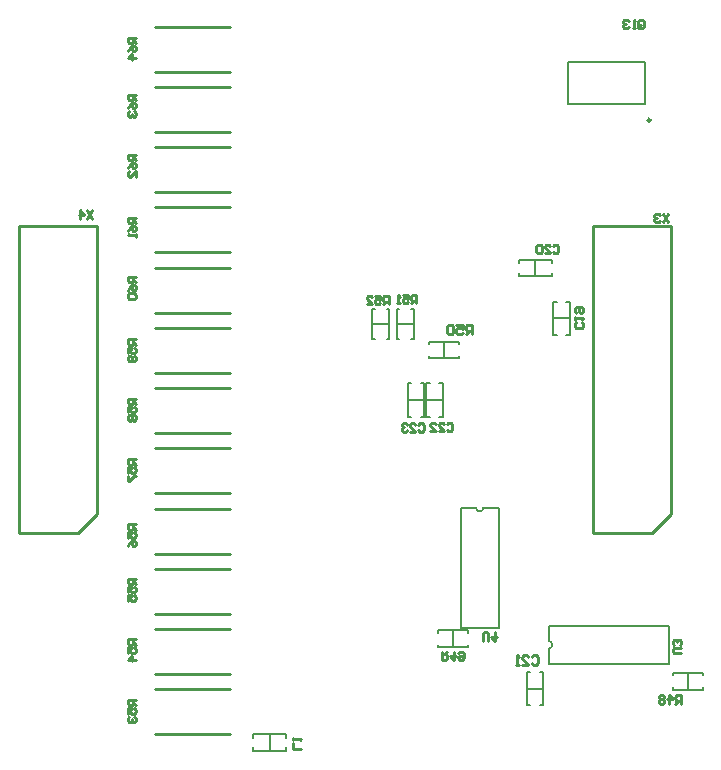
<source format=gbo>
G04*
G04 #@! TF.GenerationSoftware,Altium Limited,Altium Designer,20.0.11 (256)*
G04*
G04 Layer_Color=32896*
%FSLAX25Y25*%
%MOIN*%
G70*
G01*
G75*
%ADD10C,0.00984*%
%ADD12C,0.00787*%
%ADD13C,0.00591*%
%ADD15C,0.01000*%
D10*
X217323Y214469D02*
G03*
X217323Y214469I-492J0D01*
G01*
X26378Y76772D02*
X32677Y83071D01*
Y179134D01*
X6693D02*
X32677D01*
X6693Y76772D02*
Y179134D01*
Y76772D02*
X26378D01*
X217717D02*
X224016Y83071D01*
Y179134D01*
X198031D02*
X224016D01*
X198031Y76772D02*
Y179134D01*
Y76772D02*
X217717D01*
D12*
X183327Y38323D02*
G03*
X183327Y40823I0J1250D01*
G01*
X159090Y85295D02*
G03*
X161591Y85295I1250J0D01*
G01*
X215453Y219980D02*
Y233760D01*
X190057Y219980D02*
X215453D01*
X189862D02*
Y233760D01*
X215453D01*
X183327Y45925D02*
X223327D01*
Y33220D02*
Y45925D01*
X183327Y33220D02*
X223327D01*
X183327D02*
Y38323D01*
Y40823D02*
Y45925D01*
X166693Y45295D02*
Y85295D01*
X153988Y45295D02*
X166693D01*
X153988D02*
Y85295D01*
X159091D01*
X161591D02*
X166693D01*
D13*
X175984Y19390D02*
X177165D01*
X175984D02*
Y30413D01*
X177165D01*
X180315D02*
X181496D01*
Y19390D02*
Y30413D01*
X180315Y19390D02*
X181496D01*
X175984Y24902D02*
X181496D01*
X153339Y135039D02*
Y135795D01*
X143339Y135039D02*
X153339D01*
X143339D02*
Y135795D01*
Y139795D02*
Y140551D01*
X153339D01*
Y139795D02*
Y140551D01*
X148339Y135039D02*
Y140551D01*
X189173Y153937D02*
X190354D01*
Y142913D02*
Y153937D01*
X189173Y142913D02*
X190354D01*
X184843D02*
X186024D01*
X184843D02*
Y153937D01*
X186024D01*
X184843Y148425D02*
X190354D01*
X234724Y24606D02*
Y25362D01*
X224725Y24606D02*
X234724D01*
X224725D02*
Y25362D01*
Y29362D02*
Y30118D01*
X234724D01*
Y29362D02*
Y30118D01*
X229725Y24606D02*
Y30118D01*
X84941Y8563D02*
Y9744D01*
X95965D01*
Y8563D02*
Y9744D01*
Y4232D02*
Y5413D01*
X84941Y4232D02*
X95965D01*
X84941D02*
Y5413D01*
X90453Y4232D02*
Y9744D01*
X151476Y38878D02*
Y44390D01*
X156476Y43634D02*
Y44390D01*
X146476D02*
X156476D01*
X146476Y43634D02*
Y44390D01*
Y38878D02*
Y39634D01*
Y38878D02*
X156476D01*
Y39634D01*
X124606Y146555D02*
X130118D01*
X124606Y151555D02*
X125362D01*
X124606Y141555D02*
Y151555D01*
Y141555D02*
X125362D01*
X129362D02*
X130118D01*
Y151555D01*
X129362D02*
X130118D01*
X132874Y146457D02*
X138386D01*
X137630Y141457D02*
X138386D01*
Y151457D01*
X137630D02*
X138386D01*
X132874D02*
X133630D01*
X132874Y141457D02*
Y151457D01*
Y141457D02*
X133630D01*
X136319Y115649D02*
X137500D01*
X136319D02*
Y126673D01*
X137500D01*
X140650D02*
X141831D01*
Y115649D02*
Y126673D01*
X140650Y115649D02*
X141831D01*
X136319Y121161D02*
X141831D01*
X142520Y115650D02*
X143701D01*
X142520D02*
Y126673D01*
X143701D01*
X146850D02*
X148031D01*
Y115650D02*
Y126673D01*
X146850Y115650D02*
X148031D01*
X142520Y121161D02*
X148031D01*
X173425Y166732D02*
Y167913D01*
X184449D01*
Y166732D02*
Y167913D01*
Y162402D02*
Y163583D01*
X173425Y162402D02*
X184449D01*
X173425D02*
Y163583D01*
X178937Y162402D02*
Y167913D01*
D15*
X52309Y245591D02*
X77309D01*
X52309Y230591D02*
X77309D01*
X52309Y225512D02*
X77309D01*
X52309Y210512D02*
X77309D01*
X52309Y205433D02*
X77309D01*
X52309Y190433D02*
X77309D01*
X52309Y185354D02*
X77309D01*
X52309Y170354D02*
X77309D01*
X52309Y165276D02*
X77309D01*
X52309Y150276D02*
X77309D01*
X52309Y145197D02*
X77309D01*
X52309Y130197D02*
X77309D01*
X52309Y125118D02*
X77309D01*
X52309Y110118D02*
X77309D01*
X52309Y105039D02*
X77309D01*
X52309Y90039D02*
X77309D01*
X52309Y84961D02*
X77309D01*
X52309Y69961D02*
X77309D01*
X52309Y64882D02*
X77309D01*
X52309Y49882D02*
X77309D01*
X52309Y44803D02*
X77309D01*
X52309Y29803D02*
X77309D01*
X52309Y24724D02*
X77309D01*
X52309Y9724D02*
X77309D01*
X177657Y35597D02*
X178182Y36121D01*
X179231D01*
X179756Y35597D01*
Y33498D01*
X179231Y32973D01*
X178182D01*
X177657Y33498D01*
X174508Y32973D02*
X176607D01*
X174508Y35072D01*
Y35597D01*
X175033Y36121D01*
X176083D01*
X176607Y35597D01*
X173459Y32973D02*
X172409D01*
X172934D01*
Y36121D01*
X173459Y35597D01*
X157874Y143110D02*
Y146259D01*
X156300D01*
X155775Y145734D01*
Y144685D01*
X156300Y144160D01*
X157874D01*
X156825D02*
X155775Y143110D01*
X152626Y146259D02*
X154725D01*
Y144685D01*
X153676Y145209D01*
X153151D01*
X152626Y144685D01*
Y143635D01*
X153151Y143110D01*
X154201D01*
X154725Y143635D01*
X151577Y145734D02*
X151052Y146259D01*
X150003D01*
X149478Y145734D01*
Y143635D01*
X150003Y143110D01*
X151052D01*
X151577Y143635D01*
Y145734D01*
X213222Y245538D02*
Y247375D01*
X213682Y247834D01*
X214600D01*
X215059Y247375D01*
Y245538D01*
X214600Y245079D01*
X213682D01*
X214141Y245997D02*
X213222Y245079D01*
X213682D02*
X213222Y245538D01*
X212304Y245079D02*
X211386D01*
X211845D01*
Y247834D01*
X212304Y247375D01*
X210008D02*
X209549Y247834D01*
X208631D01*
X208172Y247375D01*
Y246915D01*
X208631Y246456D01*
X209090D01*
X208631D01*
X208172Y245997D01*
Y245538D01*
X208631Y245079D01*
X209549D01*
X210008Y245538D01*
X31299Y184350D02*
X29463Y181595D01*
Y184350D02*
X31299Y181595D01*
X27167D02*
Y184350D01*
X28544Y182972D01*
X26708D01*
X223228Y183168D02*
X221392Y180413D01*
Y183168D02*
X223228Y180413D01*
X220473Y182709D02*
X220014Y183168D01*
X219096D01*
X218637Y182709D01*
Y182250D01*
X219096Y181791D01*
X219555D01*
X219096D01*
X218637Y181332D01*
Y180873D01*
X219096Y180413D01*
X220014D01*
X220473Y180873D01*
X161417Y40946D02*
Y43242D01*
X161876Y43701D01*
X162795D01*
X163254Y43242D01*
Y40946D01*
X165550Y43701D02*
Y40946D01*
X164172Y42323D01*
X166009D01*
X227558Y36713D02*
X225262D01*
X224803Y37172D01*
Y38090D01*
X225262Y38549D01*
X227558D01*
X227099Y39468D02*
X227558Y39927D01*
Y40845D01*
X227099Y41304D01*
X226640D01*
X226181Y40845D01*
Y40386D01*
Y40845D01*
X225722Y41304D01*
X225262D01*
X224803Y40845D01*
Y39927D01*
X225262Y39468D01*
X147736Y37303D02*
Y34548D01*
X149114D01*
X149573Y35007D01*
Y35926D01*
X149114Y36385D01*
X147736D01*
X148655D02*
X149573Y37303D01*
X151869D02*
Y34548D01*
X150491Y35926D01*
X152328D01*
X153246Y36844D02*
X153705Y37303D01*
X154624D01*
X155083Y36844D01*
Y35007D01*
X154624Y34548D01*
X153705D01*
X153246Y35007D01*
Y35467D01*
X153705Y35926D01*
X155083D01*
X227461Y19980D02*
Y22735D01*
X226083D01*
X225624Y22276D01*
Y21358D01*
X226083Y20899D01*
X227461D01*
X226542D02*
X225624Y19980D01*
X223328D02*
Y22735D01*
X224706Y21358D01*
X222869D01*
X221951Y22276D02*
X221491Y22735D01*
X220573D01*
X220114Y22276D01*
Y21817D01*
X220573Y21358D01*
X220114Y20899D01*
Y20439D01*
X220573Y19980D01*
X221491D01*
X221951Y20439D01*
Y20899D01*
X221491Y21358D01*
X221951Y21817D01*
Y22276D01*
X221491Y21358D02*
X220573D01*
X45768Y241929D02*
X43013D01*
Y240552D01*
X43472Y240092D01*
X44390D01*
X44849Y240552D01*
Y241929D01*
Y241011D02*
X45768Y240092D01*
X43013Y237337D02*
X43472Y238256D01*
X44390Y239174D01*
X45309D01*
X45768Y238715D01*
Y237797D01*
X45309Y237337D01*
X44849D01*
X44390Y237797D01*
Y239174D01*
X45768Y235042D02*
X43013D01*
X44390Y236419D01*
Y234582D01*
X45768Y222933D02*
X43013D01*
Y221556D01*
X43472Y221096D01*
X44390D01*
X44849Y221556D01*
Y222933D01*
Y222015D02*
X45768Y221096D01*
X43013Y218341D02*
X43472Y219260D01*
X44390Y220178D01*
X45309D01*
X45768Y219719D01*
Y218800D01*
X45309Y218341D01*
X44849D01*
X44390Y218800D01*
Y220178D01*
X43472Y217423D02*
X43013Y216964D01*
Y216045D01*
X43472Y215586D01*
X43931D01*
X44390Y216045D01*
Y216505D01*
Y216045D01*
X44849Y215586D01*
X45309D01*
X45768Y216045D01*
Y216964D01*
X45309Y217423D01*
X45768Y202953D02*
X43013D01*
Y201575D01*
X43472Y201116D01*
X44390D01*
X44849Y201575D01*
Y202953D01*
Y202034D02*
X45768Y201116D01*
X43013Y198361D02*
X43472Y199279D01*
X44390Y200198D01*
X45309D01*
X45768Y199739D01*
Y198820D01*
X45309Y198361D01*
X44849D01*
X44390Y198820D01*
Y200198D01*
X45768Y195606D02*
Y197443D01*
X43931Y195606D01*
X43472D01*
X43013Y196065D01*
Y196984D01*
X43472Y197443D01*
X45768Y181988D02*
X43013D01*
Y180611D01*
X43472Y180151D01*
X44390D01*
X44849Y180611D01*
Y181988D01*
Y181070D02*
X45768Y180151D01*
X43013Y177397D02*
X43472Y178315D01*
X44390Y179233D01*
X45309D01*
X45768Y178774D01*
Y177856D01*
X45309Y177397D01*
X44849D01*
X44390Y177856D01*
Y179233D01*
X45768Y176478D02*
Y175560D01*
Y176019D01*
X43013D01*
X43472Y176478D01*
X45768Y162205D02*
X43013D01*
Y160827D01*
X43472Y160368D01*
X44390D01*
X44849Y160827D01*
Y162205D01*
Y161286D02*
X45768Y160368D01*
X43013Y157613D02*
X43472Y158531D01*
X44390Y159450D01*
X45309D01*
X45768Y158991D01*
Y158072D01*
X45309Y157613D01*
X44849D01*
X44390Y158072D01*
Y159450D01*
X43472Y156695D02*
X43013Y156236D01*
Y155317D01*
X43472Y154858D01*
X45309D01*
X45768Y155317D01*
Y156236D01*
X45309Y156695D01*
X43472D01*
X45768Y141339D02*
X43013D01*
Y139961D01*
X43472Y139502D01*
X44390D01*
X44849Y139961D01*
Y141339D01*
Y140420D02*
X45768Y139502D01*
X43013Y136747D02*
Y138584D01*
X44390D01*
X43931Y137665D01*
Y137206D01*
X44390Y136747D01*
X45309D01*
X45768Y137206D01*
Y138124D01*
X45309Y138584D01*
Y135828D02*
X45768Y135369D01*
Y134451D01*
X45309Y133992D01*
X43472D01*
X43013Y134451D01*
Y135369D01*
X43472Y135828D01*
X43931D01*
X44390Y135369D01*
Y133992D01*
X45768Y121653D02*
X43013D01*
Y120276D01*
X43472Y119817D01*
X44390D01*
X44849Y120276D01*
Y121653D01*
Y120735D02*
X45768Y119817D01*
X43013Y117062D02*
Y118898D01*
X44390D01*
X43931Y117980D01*
Y117521D01*
X44390Y117062D01*
X45309D01*
X45768Y117521D01*
Y118439D01*
X45309Y118898D01*
X43472Y116144D02*
X43013Y115684D01*
Y114766D01*
X43472Y114307D01*
X43931D01*
X44390Y114766D01*
X44849Y114307D01*
X45309D01*
X45768Y114766D01*
Y115684D01*
X45309Y116144D01*
X44849D01*
X44390Y115684D01*
X43931Y116144D01*
X43472D01*
X44390Y115684D02*
Y114766D01*
X45768Y101476D02*
X43013D01*
Y100099D01*
X43472Y99640D01*
X44390D01*
X44849Y100099D01*
Y101476D01*
Y100558D02*
X45768Y99640D01*
X43013Y96885D02*
Y98721D01*
X44390D01*
X43931Y97803D01*
Y97344D01*
X44390Y96885D01*
X45309D01*
X45768Y97344D01*
Y98262D01*
X45309Y98721D01*
X43013Y95966D02*
Y94130D01*
X43472D01*
X45309Y95966D01*
X45768D01*
Y79823D02*
X43013D01*
Y78445D01*
X43472Y77986D01*
X44390D01*
X44849Y78445D01*
Y79823D01*
Y78904D02*
X45768Y77986D01*
X43013Y75231D02*
Y77068D01*
X44390D01*
X43931Y76149D01*
Y75690D01*
X44390Y75231D01*
X45309D01*
X45768Y75690D01*
Y76609D01*
X45309Y77068D01*
X43013Y72476D02*
X43472Y73394D01*
X44390Y74313D01*
X45309D01*
X45768Y73854D01*
Y72935D01*
X45309Y72476D01*
X44849D01*
X44390Y72935D01*
Y74313D01*
X45768Y61614D02*
X43013D01*
Y60237D01*
X43472Y59777D01*
X44390D01*
X44849Y60237D01*
Y61614D01*
Y60696D02*
X45768Y59777D01*
X43013Y57023D02*
Y58859D01*
X44390D01*
X43931Y57941D01*
Y57482D01*
X44390Y57023D01*
X45309D01*
X45768Y57482D01*
Y58400D01*
X45309Y58859D01*
X43013Y54267D02*
Y56104D01*
X44390D01*
X43931Y55186D01*
Y54727D01*
X44390Y54267D01*
X45309D01*
X45768Y54727D01*
Y55645D01*
X45309Y56104D01*
X45768Y41437D02*
X43013D01*
Y40060D01*
X43472Y39600D01*
X44390D01*
X44849Y40060D01*
Y41437D01*
Y40519D02*
X45768Y39600D01*
X43013Y36845D02*
Y38682D01*
X44390D01*
X43931Y37764D01*
Y37304D01*
X44390Y36845D01*
X45309D01*
X45768Y37304D01*
Y38223D01*
X45309Y38682D01*
X45768Y34549D02*
X43013D01*
X44390Y35927D01*
Y34090D01*
X45768Y21161D02*
X43013D01*
Y19784D01*
X43472Y19325D01*
X44390D01*
X44849Y19784D01*
Y21161D01*
Y20243D02*
X45768Y19325D01*
X43013Y16570D02*
Y18406D01*
X44390D01*
X43931Y17488D01*
Y17029D01*
X44390Y16570D01*
X45309D01*
X45768Y17029D01*
Y17947D01*
X45309Y18406D01*
X43472Y15651D02*
X43013Y15192D01*
Y14274D01*
X43472Y13815D01*
X43931D01*
X44390Y14274D01*
Y14733D01*
Y14274D01*
X44849Y13815D01*
X45309D01*
X45768Y14274D01*
Y15192D01*
X45309Y15651D01*
X130020Y153051D02*
Y155806D01*
X128642D01*
X128183Y155347D01*
Y154429D01*
X128642Y153970D01*
X130020D01*
X129101D02*
X128183Y153051D01*
X125428Y155806D02*
X127265D01*
Y154429D01*
X126346Y154888D01*
X125887D01*
X125428Y154429D01*
Y153510D01*
X125887Y153051D01*
X126805D01*
X127265Y153510D01*
X122673Y153051D02*
X124510D01*
X122673Y154888D01*
Y155347D01*
X123132Y155806D01*
X124050D01*
X124510Y155347D01*
X139272Y153347D02*
Y156102D01*
X137894D01*
X137435Y155642D01*
Y154724D01*
X137894Y154265D01*
X139272D01*
X138353D02*
X137435Y153347D01*
X134680Y156102D02*
X136517D01*
Y154724D01*
X135598Y155183D01*
X135139D01*
X134680Y154724D01*
Y153806D01*
X135139Y153347D01*
X136057D01*
X136517Y153806D01*
X133762Y153347D02*
X132843D01*
X133302D01*
Y156102D01*
X133762Y155642D01*
X100885Y4921D02*
X98130D01*
Y6758D01*
Y7676D02*
Y8595D01*
Y8135D01*
X100885D01*
X100426Y7676D01*
X184777Y172473D02*
X185237Y172932D01*
X186155D01*
X186614Y172473D01*
Y170636D01*
X186155Y170177D01*
X185237D01*
X184777Y170636D01*
X182023Y170177D02*
X183859D01*
X182023Y172014D01*
Y172473D01*
X182482Y172932D01*
X183400D01*
X183859Y172473D01*
X181104D02*
X180645Y172932D01*
X179727D01*
X179268Y172473D01*
Y170636D01*
X179727Y170177D01*
X180645D01*
X181104Y170636D01*
Y172473D01*
X194422Y147014D02*
X194881Y146555D01*
Y145636D01*
X194422Y145177D01*
X192585D01*
X192126Y145636D01*
Y146555D01*
X192585Y147014D01*
X192126Y147932D02*
Y148851D01*
Y148391D01*
X194881D01*
X194422Y147932D01*
X192585Y150228D02*
X192126Y150687D01*
Y151605D01*
X192585Y152065D01*
X194422D01*
X194881Y151605D01*
Y150687D01*
X194422Y150228D01*
X193963D01*
X193503Y150687D01*
Y152065D01*
X139896Y112926D02*
X140355Y113385D01*
X141273D01*
X141732Y112926D01*
Y111089D01*
X141273Y110630D01*
X140355D01*
X139896Y111089D01*
X137141Y110630D02*
X138977D01*
X137141Y112467D01*
Y112926D01*
X137600Y113385D01*
X138518D01*
X138977Y112926D01*
X136222D02*
X135763Y113385D01*
X134845D01*
X134386Y112926D01*
Y112467D01*
X134845Y112007D01*
X135304D01*
X134845D01*
X134386Y111548D01*
Y111089D01*
X134845Y110630D01*
X135763D01*
X136222Y111089D01*
X149443Y113024D02*
X149902Y113483D01*
X150820D01*
X151279Y113024D01*
Y111188D01*
X150820Y110728D01*
X149902D01*
X149443Y111188D01*
X146688Y110728D02*
X148524D01*
X146688Y112565D01*
Y113024D01*
X147147Y113483D01*
X148065D01*
X148524Y113024D01*
X143933Y110728D02*
X145770D01*
X143933Y112565D01*
Y113024D01*
X144392Y113483D01*
X145310D01*
X145770Y113024D01*
M02*

</source>
